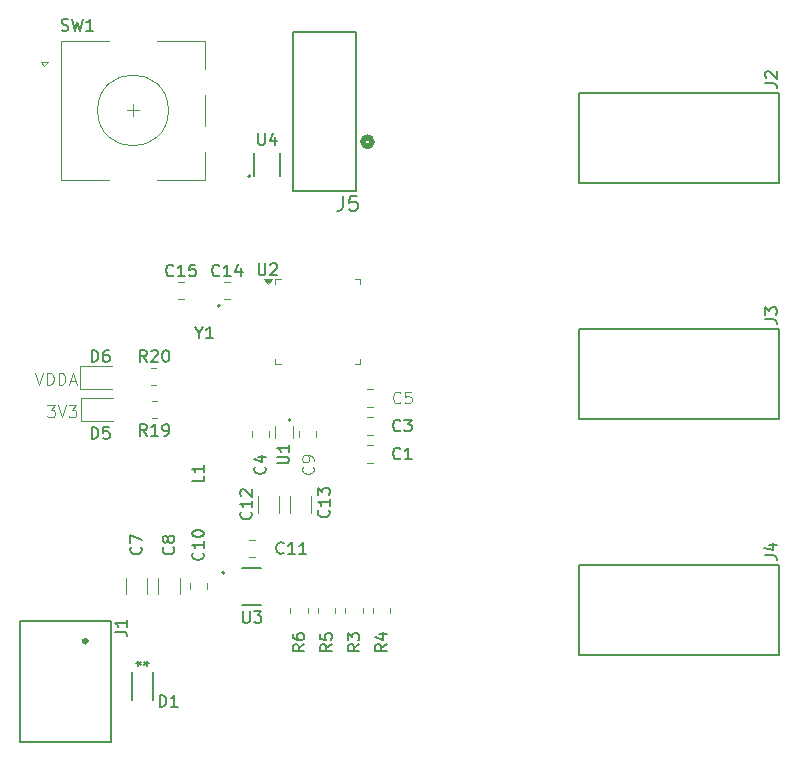
<source format=gto>
%TF.GenerationSoftware,KiCad,Pcbnew,9.0.4*%
%TF.CreationDate,2025-12-21T19:05:22-05:00*%
%TF.ProjectId,esc,6573632e-6b69-4636-9164-5f7063625858,rev?*%
%TF.SameCoordinates,Original*%
%TF.FileFunction,Legend,Top*%
%TF.FilePolarity,Positive*%
%FSLAX46Y46*%
G04 Gerber Fmt 4.6, Leading zero omitted, Abs format (unit mm)*
G04 Created by KiCad (PCBNEW 9.0.4) date 2025-12-21 19:05:22*
%MOMM*%
%LPD*%
G01*
G04 APERTURE LIST*
%ADD10C,0.100000*%
%ADD11C,0.150000*%
%ADD12C,0.125000*%
%ADD13C,0.200000*%
%ADD14C,0.120000*%
%ADD15C,0.140357*%
%ADD16C,0.127000*%
%ADD17C,0.152400*%
%ADD18C,0.508000*%
%ADD19C,0.400000*%
G04 APERTURE END LIST*
D10*
X112911027Y-93622419D02*
X113244360Y-94622419D01*
X113244360Y-94622419D02*
X113577693Y-93622419D01*
X113911027Y-94622419D02*
X113911027Y-93622419D01*
X113911027Y-93622419D02*
X114149122Y-93622419D01*
X114149122Y-93622419D02*
X114291979Y-93670038D01*
X114291979Y-93670038D02*
X114387217Y-93765276D01*
X114387217Y-93765276D02*
X114434836Y-93860514D01*
X114434836Y-93860514D02*
X114482455Y-94050990D01*
X114482455Y-94050990D02*
X114482455Y-94193847D01*
X114482455Y-94193847D02*
X114434836Y-94384323D01*
X114434836Y-94384323D02*
X114387217Y-94479561D01*
X114387217Y-94479561D02*
X114291979Y-94574800D01*
X114291979Y-94574800D02*
X114149122Y-94622419D01*
X114149122Y-94622419D02*
X113911027Y-94622419D01*
X114911027Y-94622419D02*
X114911027Y-93622419D01*
X114911027Y-93622419D02*
X115149122Y-93622419D01*
X115149122Y-93622419D02*
X115291979Y-93670038D01*
X115291979Y-93670038D02*
X115387217Y-93765276D01*
X115387217Y-93765276D02*
X115434836Y-93860514D01*
X115434836Y-93860514D02*
X115482455Y-94050990D01*
X115482455Y-94050990D02*
X115482455Y-94193847D01*
X115482455Y-94193847D02*
X115434836Y-94384323D01*
X115434836Y-94384323D02*
X115387217Y-94479561D01*
X115387217Y-94479561D02*
X115291979Y-94574800D01*
X115291979Y-94574800D02*
X115149122Y-94622419D01*
X115149122Y-94622419D02*
X114911027Y-94622419D01*
X115863408Y-94336704D02*
X116339598Y-94336704D01*
X115768170Y-94622419D02*
X116101503Y-93622419D01*
X116101503Y-93622419D02*
X116434836Y-94622419D01*
X113958646Y-96372419D02*
X114577693Y-96372419D01*
X114577693Y-96372419D02*
X114244360Y-96753371D01*
X114244360Y-96753371D02*
X114387217Y-96753371D01*
X114387217Y-96753371D02*
X114482455Y-96800990D01*
X114482455Y-96800990D02*
X114530074Y-96848609D01*
X114530074Y-96848609D02*
X114577693Y-96943847D01*
X114577693Y-96943847D02*
X114577693Y-97181942D01*
X114577693Y-97181942D02*
X114530074Y-97277180D01*
X114530074Y-97277180D02*
X114482455Y-97324800D01*
X114482455Y-97324800D02*
X114387217Y-97372419D01*
X114387217Y-97372419D02*
X114101503Y-97372419D01*
X114101503Y-97372419D02*
X114006265Y-97324800D01*
X114006265Y-97324800D02*
X113958646Y-97277180D01*
X114863408Y-96372419D02*
X115196741Y-97372419D01*
X115196741Y-97372419D02*
X115530074Y-96372419D01*
X115768170Y-96372419D02*
X116387217Y-96372419D01*
X116387217Y-96372419D02*
X116053884Y-96753371D01*
X116053884Y-96753371D02*
X116196741Y-96753371D01*
X116196741Y-96753371D02*
X116291979Y-96800990D01*
X116291979Y-96800990D02*
X116339598Y-96848609D01*
X116339598Y-96848609D02*
X116387217Y-96943847D01*
X116387217Y-96943847D02*
X116387217Y-97181942D01*
X116387217Y-97181942D02*
X116339598Y-97277180D01*
X116339598Y-97277180D02*
X116291979Y-97324800D01*
X116291979Y-97324800D02*
X116196741Y-97372419D01*
X116196741Y-97372419D02*
X115911027Y-97372419D01*
X115911027Y-97372419D02*
X115815789Y-97324800D01*
X115815789Y-97324800D02*
X115768170Y-97277180D01*
D11*
X126773809Y-90228628D02*
X126773809Y-90704819D01*
X126440476Y-89704819D02*
X126773809Y-90228628D01*
X126773809Y-90228628D02*
X127107142Y-89704819D01*
X127964285Y-90704819D02*
X127392857Y-90704819D01*
X127678571Y-90704819D02*
X127678571Y-89704819D01*
X127678571Y-89704819D02*
X127583333Y-89847676D01*
X127583333Y-89847676D02*
X127488095Y-89942914D01*
X127488095Y-89942914D02*
X127392857Y-89990533D01*
X133404819Y-101281904D02*
X134214342Y-101281904D01*
X134214342Y-101281904D02*
X134309580Y-101234285D01*
X134309580Y-101234285D02*
X134357200Y-101186666D01*
X134357200Y-101186666D02*
X134404819Y-101091428D01*
X134404819Y-101091428D02*
X134404819Y-100900952D01*
X134404819Y-100900952D02*
X134357200Y-100805714D01*
X134357200Y-100805714D02*
X134309580Y-100758095D01*
X134309580Y-100758095D02*
X134214342Y-100710476D01*
X134214342Y-100710476D02*
X133404819Y-100710476D01*
X134404819Y-99710476D02*
X134404819Y-100281904D01*
X134404819Y-99996190D02*
X133404819Y-99996190D01*
X133404819Y-99996190D02*
X133547676Y-100091428D01*
X133547676Y-100091428D02*
X133642914Y-100186666D01*
X133642914Y-100186666D02*
X133690533Y-100281904D01*
X122357142Y-98954819D02*
X122023809Y-98478628D01*
X121785714Y-98954819D02*
X121785714Y-97954819D01*
X121785714Y-97954819D02*
X122166666Y-97954819D01*
X122166666Y-97954819D02*
X122261904Y-98002438D01*
X122261904Y-98002438D02*
X122309523Y-98050057D01*
X122309523Y-98050057D02*
X122357142Y-98145295D01*
X122357142Y-98145295D02*
X122357142Y-98288152D01*
X122357142Y-98288152D02*
X122309523Y-98383390D01*
X122309523Y-98383390D02*
X122261904Y-98431009D01*
X122261904Y-98431009D02*
X122166666Y-98478628D01*
X122166666Y-98478628D02*
X121785714Y-98478628D01*
X123309523Y-98954819D02*
X122738095Y-98954819D01*
X123023809Y-98954819D02*
X123023809Y-97954819D01*
X123023809Y-97954819D02*
X122928571Y-98097676D01*
X122928571Y-98097676D02*
X122833333Y-98192914D01*
X122833333Y-98192914D02*
X122738095Y-98240533D01*
X123785714Y-98954819D02*
X123976190Y-98954819D01*
X123976190Y-98954819D02*
X124071428Y-98907200D01*
X124071428Y-98907200D02*
X124119047Y-98859580D01*
X124119047Y-98859580D02*
X124214285Y-98716723D01*
X124214285Y-98716723D02*
X124261904Y-98526247D01*
X124261904Y-98526247D02*
X124261904Y-98145295D01*
X124261904Y-98145295D02*
X124214285Y-98050057D01*
X124214285Y-98050057D02*
X124166666Y-98002438D01*
X124166666Y-98002438D02*
X124071428Y-97954819D01*
X124071428Y-97954819D02*
X123880952Y-97954819D01*
X123880952Y-97954819D02*
X123785714Y-98002438D01*
X123785714Y-98002438D02*
X123738095Y-98050057D01*
X123738095Y-98050057D02*
X123690476Y-98145295D01*
X123690476Y-98145295D02*
X123690476Y-98383390D01*
X123690476Y-98383390D02*
X123738095Y-98478628D01*
X123738095Y-98478628D02*
X123785714Y-98526247D01*
X123785714Y-98526247D02*
X123880952Y-98573866D01*
X123880952Y-98573866D02*
X124071428Y-98573866D01*
X124071428Y-98573866D02*
X124166666Y-98526247D01*
X124166666Y-98526247D02*
X124214285Y-98478628D01*
X124214285Y-98478628D02*
X124261904Y-98383390D01*
X122357142Y-92704819D02*
X122023809Y-92228628D01*
X121785714Y-92704819D02*
X121785714Y-91704819D01*
X121785714Y-91704819D02*
X122166666Y-91704819D01*
X122166666Y-91704819D02*
X122261904Y-91752438D01*
X122261904Y-91752438D02*
X122309523Y-91800057D01*
X122309523Y-91800057D02*
X122357142Y-91895295D01*
X122357142Y-91895295D02*
X122357142Y-92038152D01*
X122357142Y-92038152D02*
X122309523Y-92133390D01*
X122309523Y-92133390D02*
X122261904Y-92181009D01*
X122261904Y-92181009D02*
X122166666Y-92228628D01*
X122166666Y-92228628D02*
X121785714Y-92228628D01*
X122738095Y-91800057D02*
X122785714Y-91752438D01*
X122785714Y-91752438D02*
X122880952Y-91704819D01*
X122880952Y-91704819D02*
X123119047Y-91704819D01*
X123119047Y-91704819D02*
X123214285Y-91752438D01*
X123214285Y-91752438D02*
X123261904Y-91800057D01*
X123261904Y-91800057D02*
X123309523Y-91895295D01*
X123309523Y-91895295D02*
X123309523Y-91990533D01*
X123309523Y-91990533D02*
X123261904Y-92133390D01*
X123261904Y-92133390D02*
X122690476Y-92704819D01*
X122690476Y-92704819D02*
X123309523Y-92704819D01*
X123928571Y-91704819D02*
X124023809Y-91704819D01*
X124023809Y-91704819D02*
X124119047Y-91752438D01*
X124119047Y-91752438D02*
X124166666Y-91800057D01*
X124166666Y-91800057D02*
X124214285Y-91895295D01*
X124214285Y-91895295D02*
X124261904Y-92085771D01*
X124261904Y-92085771D02*
X124261904Y-92323866D01*
X124261904Y-92323866D02*
X124214285Y-92514342D01*
X124214285Y-92514342D02*
X124166666Y-92609580D01*
X124166666Y-92609580D02*
X124119047Y-92657200D01*
X124119047Y-92657200D02*
X124023809Y-92704819D01*
X124023809Y-92704819D02*
X123928571Y-92704819D01*
X123928571Y-92704819D02*
X123833333Y-92657200D01*
X123833333Y-92657200D02*
X123785714Y-92609580D01*
X123785714Y-92609580D02*
X123738095Y-92514342D01*
X123738095Y-92514342D02*
X123690476Y-92323866D01*
X123690476Y-92323866D02*
X123690476Y-92085771D01*
X123690476Y-92085771D02*
X123738095Y-91895295D01*
X123738095Y-91895295D02*
X123785714Y-91800057D01*
X123785714Y-91800057D02*
X123833333Y-91752438D01*
X123833333Y-91752438D02*
X123928571Y-91704819D01*
X117699405Y-92704819D02*
X117699405Y-91704819D01*
X117699405Y-91704819D02*
X117937500Y-91704819D01*
X117937500Y-91704819D02*
X118080357Y-91752438D01*
X118080357Y-91752438D02*
X118175595Y-91847676D01*
X118175595Y-91847676D02*
X118223214Y-91942914D01*
X118223214Y-91942914D02*
X118270833Y-92133390D01*
X118270833Y-92133390D02*
X118270833Y-92276247D01*
X118270833Y-92276247D02*
X118223214Y-92466723D01*
X118223214Y-92466723D02*
X118175595Y-92561961D01*
X118175595Y-92561961D02*
X118080357Y-92657200D01*
X118080357Y-92657200D02*
X117937500Y-92704819D01*
X117937500Y-92704819D02*
X117699405Y-92704819D01*
X119127976Y-91704819D02*
X118937500Y-91704819D01*
X118937500Y-91704819D02*
X118842262Y-91752438D01*
X118842262Y-91752438D02*
X118794643Y-91800057D01*
X118794643Y-91800057D02*
X118699405Y-91942914D01*
X118699405Y-91942914D02*
X118651786Y-92133390D01*
X118651786Y-92133390D02*
X118651786Y-92514342D01*
X118651786Y-92514342D02*
X118699405Y-92609580D01*
X118699405Y-92609580D02*
X118747024Y-92657200D01*
X118747024Y-92657200D02*
X118842262Y-92704819D01*
X118842262Y-92704819D02*
X119032738Y-92704819D01*
X119032738Y-92704819D02*
X119127976Y-92657200D01*
X119127976Y-92657200D02*
X119175595Y-92609580D01*
X119175595Y-92609580D02*
X119223214Y-92514342D01*
X119223214Y-92514342D02*
X119223214Y-92276247D01*
X119223214Y-92276247D02*
X119175595Y-92181009D01*
X119175595Y-92181009D02*
X119127976Y-92133390D01*
X119127976Y-92133390D02*
X119032738Y-92085771D01*
X119032738Y-92085771D02*
X118842262Y-92085771D01*
X118842262Y-92085771D02*
X118747024Y-92133390D01*
X118747024Y-92133390D02*
X118699405Y-92181009D01*
X118699405Y-92181009D02*
X118651786Y-92276247D01*
X117699405Y-99204819D02*
X117699405Y-98204819D01*
X117699405Y-98204819D02*
X117937500Y-98204819D01*
X117937500Y-98204819D02*
X118080357Y-98252438D01*
X118080357Y-98252438D02*
X118175595Y-98347676D01*
X118175595Y-98347676D02*
X118223214Y-98442914D01*
X118223214Y-98442914D02*
X118270833Y-98633390D01*
X118270833Y-98633390D02*
X118270833Y-98776247D01*
X118270833Y-98776247D02*
X118223214Y-98966723D01*
X118223214Y-98966723D02*
X118175595Y-99061961D01*
X118175595Y-99061961D02*
X118080357Y-99157200D01*
X118080357Y-99157200D02*
X117937500Y-99204819D01*
X117937500Y-99204819D02*
X117699405Y-99204819D01*
X119175595Y-98204819D02*
X118699405Y-98204819D01*
X118699405Y-98204819D02*
X118651786Y-98681009D01*
X118651786Y-98681009D02*
X118699405Y-98633390D01*
X118699405Y-98633390D02*
X118794643Y-98585771D01*
X118794643Y-98585771D02*
X119032738Y-98585771D01*
X119032738Y-98585771D02*
X119127976Y-98633390D01*
X119127976Y-98633390D02*
X119175595Y-98681009D01*
X119175595Y-98681009D02*
X119223214Y-98776247D01*
X119223214Y-98776247D02*
X119223214Y-99014342D01*
X119223214Y-99014342D02*
X119175595Y-99109580D01*
X119175595Y-99109580D02*
X119127976Y-99157200D01*
X119127976Y-99157200D02*
X119032738Y-99204819D01*
X119032738Y-99204819D02*
X118794643Y-99204819D01*
X118794643Y-99204819D02*
X118699405Y-99157200D01*
X118699405Y-99157200D02*
X118651786Y-99109580D01*
X130505595Y-113779819D02*
X130505595Y-114589342D01*
X130505595Y-114589342D02*
X130553214Y-114684580D01*
X130553214Y-114684580D02*
X130600833Y-114732200D01*
X130600833Y-114732200D02*
X130696071Y-114779819D01*
X130696071Y-114779819D02*
X130886547Y-114779819D01*
X130886547Y-114779819D02*
X130981785Y-114732200D01*
X130981785Y-114732200D02*
X131029404Y-114684580D01*
X131029404Y-114684580D02*
X131077023Y-114589342D01*
X131077023Y-114589342D02*
X131077023Y-113779819D01*
X131457976Y-113779819D02*
X132077023Y-113779819D01*
X132077023Y-113779819D02*
X131743690Y-114160771D01*
X131743690Y-114160771D02*
X131886547Y-114160771D01*
X131886547Y-114160771D02*
X131981785Y-114208390D01*
X131981785Y-114208390D02*
X132029404Y-114256009D01*
X132029404Y-114256009D02*
X132077023Y-114351247D01*
X132077023Y-114351247D02*
X132077023Y-114589342D01*
X132077023Y-114589342D02*
X132029404Y-114684580D01*
X132029404Y-114684580D02*
X131981785Y-114732200D01*
X131981785Y-114732200D02*
X131886547Y-114779819D01*
X131886547Y-114779819D02*
X131600833Y-114779819D01*
X131600833Y-114779819D02*
X131505595Y-114732200D01*
X131505595Y-114732200D02*
X131457976Y-114684580D01*
X143833333Y-98484580D02*
X143785714Y-98532200D01*
X143785714Y-98532200D02*
X143642857Y-98579819D01*
X143642857Y-98579819D02*
X143547619Y-98579819D01*
X143547619Y-98579819D02*
X143404762Y-98532200D01*
X143404762Y-98532200D02*
X143309524Y-98436961D01*
X143309524Y-98436961D02*
X143261905Y-98341723D01*
X143261905Y-98341723D02*
X143214286Y-98151247D01*
X143214286Y-98151247D02*
X143214286Y-98008390D01*
X143214286Y-98008390D02*
X143261905Y-97817914D01*
X143261905Y-97817914D02*
X143309524Y-97722676D01*
X143309524Y-97722676D02*
X143404762Y-97627438D01*
X143404762Y-97627438D02*
X143547619Y-97579819D01*
X143547619Y-97579819D02*
X143642857Y-97579819D01*
X143642857Y-97579819D02*
X143785714Y-97627438D01*
X143785714Y-97627438D02*
X143833333Y-97675057D01*
X144166667Y-97579819D02*
X144785714Y-97579819D01*
X144785714Y-97579819D02*
X144452381Y-97960771D01*
X144452381Y-97960771D02*
X144595238Y-97960771D01*
X144595238Y-97960771D02*
X144690476Y-98008390D01*
X144690476Y-98008390D02*
X144738095Y-98056009D01*
X144738095Y-98056009D02*
X144785714Y-98151247D01*
X144785714Y-98151247D02*
X144785714Y-98389342D01*
X144785714Y-98389342D02*
X144738095Y-98484580D01*
X144738095Y-98484580D02*
X144690476Y-98532200D01*
X144690476Y-98532200D02*
X144595238Y-98579819D01*
X144595238Y-98579819D02*
X144309524Y-98579819D01*
X144309524Y-98579819D02*
X144214286Y-98532200D01*
X144214286Y-98532200D02*
X144166667Y-98484580D01*
X128519642Y-85354580D02*
X128472023Y-85402200D01*
X128472023Y-85402200D02*
X128329166Y-85449819D01*
X128329166Y-85449819D02*
X128233928Y-85449819D01*
X128233928Y-85449819D02*
X128091071Y-85402200D01*
X128091071Y-85402200D02*
X127995833Y-85306961D01*
X127995833Y-85306961D02*
X127948214Y-85211723D01*
X127948214Y-85211723D02*
X127900595Y-85021247D01*
X127900595Y-85021247D02*
X127900595Y-84878390D01*
X127900595Y-84878390D02*
X127948214Y-84687914D01*
X127948214Y-84687914D02*
X127995833Y-84592676D01*
X127995833Y-84592676D02*
X128091071Y-84497438D01*
X128091071Y-84497438D02*
X128233928Y-84449819D01*
X128233928Y-84449819D02*
X128329166Y-84449819D01*
X128329166Y-84449819D02*
X128472023Y-84497438D01*
X128472023Y-84497438D02*
X128519642Y-84545057D01*
X129472023Y-85449819D02*
X128900595Y-85449819D01*
X129186309Y-85449819D02*
X129186309Y-84449819D01*
X129186309Y-84449819D02*
X129091071Y-84592676D01*
X129091071Y-84592676D02*
X128995833Y-84687914D01*
X128995833Y-84687914D02*
X128900595Y-84735533D01*
X130329166Y-84783152D02*
X130329166Y-85449819D01*
X130091071Y-84402200D02*
X129852976Y-85116485D01*
X129852976Y-85116485D02*
X130472023Y-85116485D01*
X115166667Y-64607200D02*
X115309524Y-64654819D01*
X115309524Y-64654819D02*
X115547619Y-64654819D01*
X115547619Y-64654819D02*
X115642857Y-64607200D01*
X115642857Y-64607200D02*
X115690476Y-64559580D01*
X115690476Y-64559580D02*
X115738095Y-64464342D01*
X115738095Y-64464342D02*
X115738095Y-64369104D01*
X115738095Y-64369104D02*
X115690476Y-64273866D01*
X115690476Y-64273866D02*
X115642857Y-64226247D01*
X115642857Y-64226247D02*
X115547619Y-64178628D01*
X115547619Y-64178628D02*
X115357143Y-64131009D01*
X115357143Y-64131009D02*
X115261905Y-64083390D01*
X115261905Y-64083390D02*
X115214286Y-64035771D01*
X115214286Y-64035771D02*
X115166667Y-63940533D01*
X115166667Y-63940533D02*
X115166667Y-63845295D01*
X115166667Y-63845295D02*
X115214286Y-63750057D01*
X115214286Y-63750057D02*
X115261905Y-63702438D01*
X115261905Y-63702438D02*
X115357143Y-63654819D01*
X115357143Y-63654819D02*
X115595238Y-63654819D01*
X115595238Y-63654819D02*
X115738095Y-63702438D01*
X116071429Y-63654819D02*
X116309524Y-64654819D01*
X116309524Y-64654819D02*
X116500000Y-63940533D01*
X116500000Y-63940533D02*
X116690476Y-64654819D01*
X116690476Y-64654819D02*
X116928572Y-63654819D01*
X117833333Y-64654819D02*
X117261905Y-64654819D01*
X117547619Y-64654819D02*
X117547619Y-63654819D01*
X117547619Y-63654819D02*
X117452381Y-63797676D01*
X117452381Y-63797676D02*
X117357143Y-63892914D01*
X117357143Y-63892914D02*
X117261905Y-63940533D01*
X124609580Y-108366666D02*
X124657200Y-108414285D01*
X124657200Y-108414285D02*
X124704819Y-108557142D01*
X124704819Y-108557142D02*
X124704819Y-108652380D01*
X124704819Y-108652380D02*
X124657200Y-108795237D01*
X124657200Y-108795237D02*
X124561961Y-108890475D01*
X124561961Y-108890475D02*
X124466723Y-108938094D01*
X124466723Y-108938094D02*
X124276247Y-108985713D01*
X124276247Y-108985713D02*
X124133390Y-108985713D01*
X124133390Y-108985713D02*
X123942914Y-108938094D01*
X123942914Y-108938094D02*
X123847676Y-108890475D01*
X123847676Y-108890475D02*
X123752438Y-108795237D01*
X123752438Y-108795237D02*
X123704819Y-108652380D01*
X123704819Y-108652380D02*
X123704819Y-108557142D01*
X123704819Y-108557142D02*
X123752438Y-108414285D01*
X123752438Y-108414285D02*
X123800057Y-108366666D01*
X124133390Y-107795237D02*
X124085771Y-107890475D01*
X124085771Y-107890475D02*
X124038152Y-107938094D01*
X124038152Y-107938094D02*
X123942914Y-107985713D01*
X123942914Y-107985713D02*
X123895295Y-107985713D01*
X123895295Y-107985713D02*
X123800057Y-107938094D01*
X123800057Y-107938094D02*
X123752438Y-107890475D01*
X123752438Y-107890475D02*
X123704819Y-107795237D01*
X123704819Y-107795237D02*
X123704819Y-107604761D01*
X123704819Y-107604761D02*
X123752438Y-107509523D01*
X123752438Y-107509523D02*
X123800057Y-107461904D01*
X123800057Y-107461904D02*
X123895295Y-107414285D01*
X123895295Y-107414285D02*
X123942914Y-107414285D01*
X123942914Y-107414285D02*
X124038152Y-107461904D01*
X124038152Y-107461904D02*
X124085771Y-107509523D01*
X124085771Y-107509523D02*
X124133390Y-107604761D01*
X124133390Y-107604761D02*
X124133390Y-107795237D01*
X124133390Y-107795237D02*
X124181009Y-107890475D01*
X124181009Y-107890475D02*
X124228628Y-107938094D01*
X124228628Y-107938094D02*
X124323866Y-107985713D01*
X124323866Y-107985713D02*
X124514342Y-107985713D01*
X124514342Y-107985713D02*
X124609580Y-107938094D01*
X124609580Y-107938094D02*
X124657200Y-107890475D01*
X124657200Y-107890475D02*
X124704819Y-107795237D01*
X124704819Y-107795237D02*
X124704819Y-107604761D01*
X124704819Y-107604761D02*
X124657200Y-107509523D01*
X124657200Y-107509523D02*
X124609580Y-107461904D01*
X124609580Y-107461904D02*
X124514342Y-107414285D01*
X124514342Y-107414285D02*
X124323866Y-107414285D01*
X124323866Y-107414285D02*
X124228628Y-107461904D01*
X124228628Y-107461904D02*
X124181009Y-107509523D01*
X124181009Y-107509523D02*
X124133390Y-107604761D01*
X132359580Y-101566666D02*
X132407200Y-101614285D01*
X132407200Y-101614285D02*
X132454819Y-101757142D01*
X132454819Y-101757142D02*
X132454819Y-101852380D01*
X132454819Y-101852380D02*
X132407200Y-101995237D01*
X132407200Y-101995237D02*
X132311961Y-102090475D01*
X132311961Y-102090475D02*
X132216723Y-102138094D01*
X132216723Y-102138094D02*
X132026247Y-102185713D01*
X132026247Y-102185713D02*
X131883390Y-102185713D01*
X131883390Y-102185713D02*
X131692914Y-102138094D01*
X131692914Y-102138094D02*
X131597676Y-102090475D01*
X131597676Y-102090475D02*
X131502438Y-101995237D01*
X131502438Y-101995237D02*
X131454819Y-101852380D01*
X131454819Y-101852380D02*
X131454819Y-101757142D01*
X131454819Y-101757142D02*
X131502438Y-101614285D01*
X131502438Y-101614285D02*
X131550057Y-101566666D01*
X131788152Y-100709523D02*
X132454819Y-100709523D01*
X131407200Y-100947618D02*
X132121485Y-101185713D01*
X132121485Y-101185713D02*
X132121485Y-100566666D01*
X142704819Y-116591666D02*
X142228628Y-116924999D01*
X142704819Y-117163094D02*
X141704819Y-117163094D01*
X141704819Y-117163094D02*
X141704819Y-116782142D01*
X141704819Y-116782142D02*
X141752438Y-116686904D01*
X141752438Y-116686904D02*
X141800057Y-116639285D01*
X141800057Y-116639285D02*
X141895295Y-116591666D01*
X141895295Y-116591666D02*
X142038152Y-116591666D01*
X142038152Y-116591666D02*
X142133390Y-116639285D01*
X142133390Y-116639285D02*
X142181009Y-116686904D01*
X142181009Y-116686904D02*
X142228628Y-116782142D01*
X142228628Y-116782142D02*
X142228628Y-117163094D01*
X142038152Y-115734523D02*
X142704819Y-115734523D01*
X141657200Y-115972618D02*
X142371485Y-116210713D01*
X142371485Y-116210713D02*
X142371485Y-115591666D01*
X127204819Y-102316666D02*
X127204819Y-102792856D01*
X127204819Y-102792856D02*
X126204819Y-102792856D01*
X127204819Y-101459523D02*
X127204819Y-102030951D01*
X127204819Y-101745237D02*
X126204819Y-101745237D01*
X126204819Y-101745237D02*
X126347676Y-101840475D01*
X126347676Y-101840475D02*
X126442914Y-101935713D01*
X126442914Y-101935713D02*
X126490533Y-102030951D01*
X174704819Y-109083333D02*
X175419104Y-109083333D01*
X175419104Y-109083333D02*
X175561961Y-109130952D01*
X175561961Y-109130952D02*
X175657200Y-109226190D01*
X175657200Y-109226190D02*
X175704819Y-109369047D01*
X175704819Y-109369047D02*
X175704819Y-109464285D01*
X175038152Y-108178571D02*
X175704819Y-108178571D01*
X174657200Y-108416666D02*
X175371485Y-108654761D01*
X175371485Y-108654761D02*
X175371485Y-108035714D01*
X123449405Y-121902519D02*
X123449405Y-120902519D01*
X123449405Y-120902519D02*
X123687500Y-120902519D01*
X123687500Y-120902519D02*
X123830357Y-120950138D01*
X123830357Y-120950138D02*
X123925595Y-121045376D01*
X123925595Y-121045376D02*
X123973214Y-121140614D01*
X123973214Y-121140614D02*
X124020833Y-121331090D01*
X124020833Y-121331090D02*
X124020833Y-121473947D01*
X124020833Y-121473947D02*
X123973214Y-121664423D01*
X123973214Y-121664423D02*
X123925595Y-121759661D01*
X123925595Y-121759661D02*
X123830357Y-121854900D01*
X123830357Y-121854900D02*
X123687500Y-121902519D01*
X123687500Y-121902519D02*
X123449405Y-121902519D01*
X124973214Y-121902519D02*
X124401786Y-121902519D01*
X124687500Y-121902519D02*
X124687500Y-120902519D01*
X124687500Y-120902519D02*
X124592262Y-121045376D01*
X124592262Y-121045376D02*
X124497024Y-121140614D01*
X124497024Y-121140614D02*
X124401786Y-121188233D01*
X121454819Y-118217299D02*
X121692914Y-118217299D01*
X121597676Y-118455394D02*
X121692914Y-118217299D01*
X121692914Y-118217299D02*
X121597676Y-117979204D01*
X121883390Y-118360156D02*
X121692914Y-118217299D01*
X121692914Y-118217299D02*
X121883390Y-118074442D01*
X122545180Y-118217300D02*
X122307085Y-118217300D01*
X122402323Y-117979205D02*
X122307085Y-118217300D01*
X122307085Y-118217300D02*
X122402323Y-118455395D01*
X122116609Y-118074443D02*
X122307085Y-118217300D01*
X122307085Y-118217300D02*
X122116609Y-118360157D01*
X131788095Y-73329819D02*
X131788095Y-74139342D01*
X131788095Y-74139342D02*
X131835714Y-74234580D01*
X131835714Y-74234580D02*
X131883333Y-74282200D01*
X131883333Y-74282200D02*
X131978571Y-74329819D01*
X131978571Y-74329819D02*
X132169047Y-74329819D01*
X132169047Y-74329819D02*
X132264285Y-74282200D01*
X132264285Y-74282200D02*
X132311904Y-74234580D01*
X132311904Y-74234580D02*
X132359523Y-74139342D01*
X132359523Y-74139342D02*
X132359523Y-73329819D01*
X133264285Y-73663152D02*
X133264285Y-74329819D01*
X133026190Y-73282200D02*
X132788095Y-73996485D01*
X132788095Y-73996485D02*
X133407142Y-73996485D01*
X124619642Y-85354580D02*
X124572023Y-85402200D01*
X124572023Y-85402200D02*
X124429166Y-85449819D01*
X124429166Y-85449819D02*
X124333928Y-85449819D01*
X124333928Y-85449819D02*
X124191071Y-85402200D01*
X124191071Y-85402200D02*
X124095833Y-85306961D01*
X124095833Y-85306961D02*
X124048214Y-85211723D01*
X124048214Y-85211723D02*
X124000595Y-85021247D01*
X124000595Y-85021247D02*
X124000595Y-84878390D01*
X124000595Y-84878390D02*
X124048214Y-84687914D01*
X124048214Y-84687914D02*
X124095833Y-84592676D01*
X124095833Y-84592676D02*
X124191071Y-84497438D01*
X124191071Y-84497438D02*
X124333928Y-84449819D01*
X124333928Y-84449819D02*
X124429166Y-84449819D01*
X124429166Y-84449819D02*
X124572023Y-84497438D01*
X124572023Y-84497438D02*
X124619642Y-84545057D01*
X125572023Y-85449819D02*
X125000595Y-85449819D01*
X125286309Y-85449819D02*
X125286309Y-84449819D01*
X125286309Y-84449819D02*
X125191071Y-84592676D01*
X125191071Y-84592676D02*
X125095833Y-84687914D01*
X125095833Y-84687914D02*
X125000595Y-84735533D01*
X126476785Y-84449819D02*
X126000595Y-84449819D01*
X126000595Y-84449819D02*
X125952976Y-84926009D01*
X125952976Y-84926009D02*
X126000595Y-84878390D01*
X126000595Y-84878390D02*
X126095833Y-84830771D01*
X126095833Y-84830771D02*
X126333928Y-84830771D01*
X126333928Y-84830771D02*
X126429166Y-84878390D01*
X126429166Y-84878390D02*
X126476785Y-84926009D01*
X126476785Y-84926009D02*
X126524404Y-85021247D01*
X126524404Y-85021247D02*
X126524404Y-85259342D01*
X126524404Y-85259342D02*
X126476785Y-85354580D01*
X126476785Y-85354580D02*
X126429166Y-85402200D01*
X126429166Y-85402200D02*
X126333928Y-85449819D01*
X126333928Y-85449819D02*
X126095833Y-85449819D01*
X126095833Y-85449819D02*
X126000595Y-85402200D01*
X126000595Y-85402200D02*
X125952976Y-85354580D01*
X143833333Y-100859580D02*
X143785714Y-100907200D01*
X143785714Y-100907200D02*
X143642857Y-100954819D01*
X143642857Y-100954819D02*
X143547619Y-100954819D01*
X143547619Y-100954819D02*
X143404762Y-100907200D01*
X143404762Y-100907200D02*
X143309524Y-100811961D01*
X143309524Y-100811961D02*
X143261905Y-100716723D01*
X143261905Y-100716723D02*
X143214286Y-100526247D01*
X143214286Y-100526247D02*
X143214286Y-100383390D01*
X143214286Y-100383390D02*
X143261905Y-100192914D01*
X143261905Y-100192914D02*
X143309524Y-100097676D01*
X143309524Y-100097676D02*
X143404762Y-100002438D01*
X143404762Y-100002438D02*
X143547619Y-99954819D01*
X143547619Y-99954819D02*
X143642857Y-99954819D01*
X143642857Y-99954819D02*
X143785714Y-100002438D01*
X143785714Y-100002438D02*
X143833333Y-100050057D01*
X144785714Y-100954819D02*
X144214286Y-100954819D01*
X144500000Y-100954819D02*
X144500000Y-99954819D01*
X144500000Y-99954819D02*
X144404762Y-100097676D01*
X144404762Y-100097676D02*
X144309524Y-100192914D01*
X144309524Y-100192914D02*
X144214286Y-100240533D01*
X127109580Y-108842857D02*
X127157200Y-108890476D01*
X127157200Y-108890476D02*
X127204819Y-109033333D01*
X127204819Y-109033333D02*
X127204819Y-109128571D01*
X127204819Y-109128571D02*
X127157200Y-109271428D01*
X127157200Y-109271428D02*
X127061961Y-109366666D01*
X127061961Y-109366666D02*
X126966723Y-109414285D01*
X126966723Y-109414285D02*
X126776247Y-109461904D01*
X126776247Y-109461904D02*
X126633390Y-109461904D01*
X126633390Y-109461904D02*
X126442914Y-109414285D01*
X126442914Y-109414285D02*
X126347676Y-109366666D01*
X126347676Y-109366666D02*
X126252438Y-109271428D01*
X126252438Y-109271428D02*
X126204819Y-109128571D01*
X126204819Y-109128571D02*
X126204819Y-109033333D01*
X126204819Y-109033333D02*
X126252438Y-108890476D01*
X126252438Y-108890476D02*
X126300057Y-108842857D01*
X127204819Y-107890476D02*
X127204819Y-108461904D01*
X127204819Y-108176190D02*
X126204819Y-108176190D01*
X126204819Y-108176190D02*
X126347676Y-108271428D01*
X126347676Y-108271428D02*
X126442914Y-108366666D01*
X126442914Y-108366666D02*
X126490533Y-108461904D01*
X126204819Y-107271428D02*
X126204819Y-107176190D01*
X126204819Y-107176190D02*
X126252438Y-107080952D01*
X126252438Y-107080952D02*
X126300057Y-107033333D01*
X126300057Y-107033333D02*
X126395295Y-106985714D01*
X126395295Y-106985714D02*
X126585771Y-106938095D01*
X126585771Y-106938095D02*
X126823866Y-106938095D01*
X126823866Y-106938095D02*
X127014342Y-106985714D01*
X127014342Y-106985714D02*
X127109580Y-107033333D01*
X127109580Y-107033333D02*
X127157200Y-107080952D01*
X127157200Y-107080952D02*
X127204819Y-107176190D01*
X127204819Y-107176190D02*
X127204819Y-107271428D01*
X127204819Y-107271428D02*
X127157200Y-107366666D01*
X127157200Y-107366666D02*
X127109580Y-107414285D01*
X127109580Y-107414285D02*
X127014342Y-107461904D01*
X127014342Y-107461904D02*
X126823866Y-107509523D01*
X126823866Y-107509523D02*
X126585771Y-107509523D01*
X126585771Y-107509523D02*
X126395295Y-107461904D01*
X126395295Y-107461904D02*
X126300057Y-107414285D01*
X126300057Y-107414285D02*
X126252438Y-107366666D01*
X126252438Y-107366666D02*
X126204819Y-107271428D01*
X174704819Y-69083333D02*
X175419104Y-69083333D01*
X175419104Y-69083333D02*
X175561961Y-69130952D01*
X175561961Y-69130952D02*
X175657200Y-69226190D01*
X175657200Y-69226190D02*
X175704819Y-69369047D01*
X175704819Y-69369047D02*
X175704819Y-69464285D01*
X174800057Y-68654761D02*
X174752438Y-68607142D01*
X174752438Y-68607142D02*
X174704819Y-68511904D01*
X174704819Y-68511904D02*
X174704819Y-68273809D01*
X174704819Y-68273809D02*
X174752438Y-68178571D01*
X174752438Y-68178571D02*
X174800057Y-68130952D01*
X174800057Y-68130952D02*
X174895295Y-68083333D01*
X174895295Y-68083333D02*
X174990533Y-68083333D01*
X174990533Y-68083333D02*
X175133390Y-68130952D01*
X175133390Y-68130952D02*
X175704819Y-68702380D01*
X175704819Y-68702380D02*
X175704819Y-68083333D01*
X121859580Y-108366666D02*
X121907200Y-108414285D01*
X121907200Y-108414285D02*
X121954819Y-108557142D01*
X121954819Y-108557142D02*
X121954819Y-108652380D01*
X121954819Y-108652380D02*
X121907200Y-108795237D01*
X121907200Y-108795237D02*
X121811961Y-108890475D01*
X121811961Y-108890475D02*
X121716723Y-108938094D01*
X121716723Y-108938094D02*
X121526247Y-108985713D01*
X121526247Y-108985713D02*
X121383390Y-108985713D01*
X121383390Y-108985713D02*
X121192914Y-108938094D01*
X121192914Y-108938094D02*
X121097676Y-108890475D01*
X121097676Y-108890475D02*
X121002438Y-108795237D01*
X121002438Y-108795237D02*
X120954819Y-108652380D01*
X120954819Y-108652380D02*
X120954819Y-108557142D01*
X120954819Y-108557142D02*
X121002438Y-108414285D01*
X121002438Y-108414285D02*
X121050057Y-108366666D01*
X120954819Y-108033332D02*
X120954819Y-107366666D01*
X120954819Y-107366666D02*
X121954819Y-107795237D01*
X133957142Y-108859580D02*
X133909523Y-108907200D01*
X133909523Y-108907200D02*
X133766666Y-108954819D01*
X133766666Y-108954819D02*
X133671428Y-108954819D01*
X133671428Y-108954819D02*
X133528571Y-108907200D01*
X133528571Y-108907200D02*
X133433333Y-108811961D01*
X133433333Y-108811961D02*
X133385714Y-108716723D01*
X133385714Y-108716723D02*
X133338095Y-108526247D01*
X133338095Y-108526247D02*
X133338095Y-108383390D01*
X133338095Y-108383390D02*
X133385714Y-108192914D01*
X133385714Y-108192914D02*
X133433333Y-108097676D01*
X133433333Y-108097676D02*
X133528571Y-108002438D01*
X133528571Y-108002438D02*
X133671428Y-107954819D01*
X133671428Y-107954819D02*
X133766666Y-107954819D01*
X133766666Y-107954819D02*
X133909523Y-108002438D01*
X133909523Y-108002438D02*
X133957142Y-108050057D01*
X134909523Y-108954819D02*
X134338095Y-108954819D01*
X134623809Y-108954819D02*
X134623809Y-107954819D01*
X134623809Y-107954819D02*
X134528571Y-108097676D01*
X134528571Y-108097676D02*
X134433333Y-108192914D01*
X134433333Y-108192914D02*
X134338095Y-108240533D01*
X135861904Y-108954819D02*
X135290476Y-108954819D01*
X135576190Y-108954819D02*
X135576190Y-107954819D01*
X135576190Y-107954819D02*
X135480952Y-108097676D01*
X135480952Y-108097676D02*
X135385714Y-108192914D01*
X135385714Y-108192914D02*
X135290476Y-108240533D01*
X135704819Y-116604166D02*
X135228628Y-116937499D01*
X135704819Y-117175594D02*
X134704819Y-117175594D01*
X134704819Y-117175594D02*
X134704819Y-116794642D01*
X134704819Y-116794642D02*
X134752438Y-116699404D01*
X134752438Y-116699404D02*
X134800057Y-116651785D01*
X134800057Y-116651785D02*
X134895295Y-116604166D01*
X134895295Y-116604166D02*
X135038152Y-116604166D01*
X135038152Y-116604166D02*
X135133390Y-116651785D01*
X135133390Y-116651785D02*
X135181009Y-116699404D01*
X135181009Y-116699404D02*
X135228628Y-116794642D01*
X135228628Y-116794642D02*
X135228628Y-117175594D01*
X134704819Y-115747023D02*
X134704819Y-115937499D01*
X134704819Y-115937499D02*
X134752438Y-116032737D01*
X134752438Y-116032737D02*
X134800057Y-116080356D01*
X134800057Y-116080356D02*
X134942914Y-116175594D01*
X134942914Y-116175594D02*
X135133390Y-116223213D01*
X135133390Y-116223213D02*
X135514342Y-116223213D01*
X135514342Y-116223213D02*
X135609580Y-116175594D01*
X135609580Y-116175594D02*
X135657200Y-116127975D01*
X135657200Y-116127975D02*
X135704819Y-116032737D01*
X135704819Y-116032737D02*
X135704819Y-115842261D01*
X135704819Y-115842261D02*
X135657200Y-115747023D01*
X135657200Y-115747023D02*
X135609580Y-115699404D01*
X135609580Y-115699404D02*
X135514342Y-115651785D01*
X135514342Y-115651785D02*
X135276247Y-115651785D01*
X135276247Y-115651785D02*
X135181009Y-115699404D01*
X135181009Y-115699404D02*
X135133390Y-115747023D01*
X135133390Y-115747023D02*
X135085771Y-115842261D01*
X135085771Y-115842261D02*
X135085771Y-116032737D01*
X135085771Y-116032737D02*
X135133390Y-116127975D01*
X135133390Y-116127975D02*
X135181009Y-116175594D01*
X135181009Y-116175594D02*
X135276247Y-116223213D01*
D12*
X143833333Y-96110880D02*
X143785714Y-96158500D01*
X143785714Y-96158500D02*
X143642857Y-96206119D01*
X143642857Y-96206119D02*
X143547619Y-96206119D01*
X143547619Y-96206119D02*
X143404762Y-96158500D01*
X143404762Y-96158500D02*
X143309524Y-96063261D01*
X143309524Y-96063261D02*
X143261905Y-95968023D01*
X143261905Y-95968023D02*
X143214286Y-95777547D01*
X143214286Y-95777547D02*
X143214286Y-95634690D01*
X143214286Y-95634690D02*
X143261905Y-95444214D01*
X143261905Y-95444214D02*
X143309524Y-95348976D01*
X143309524Y-95348976D02*
X143404762Y-95253738D01*
X143404762Y-95253738D02*
X143547619Y-95206119D01*
X143547619Y-95206119D02*
X143642857Y-95206119D01*
X143642857Y-95206119D02*
X143785714Y-95253738D01*
X143785714Y-95253738D02*
X143833333Y-95301357D01*
X144738095Y-95206119D02*
X144261905Y-95206119D01*
X144261905Y-95206119D02*
X144214286Y-95682309D01*
X144214286Y-95682309D02*
X144261905Y-95634690D01*
X144261905Y-95634690D02*
X144357143Y-95587071D01*
X144357143Y-95587071D02*
X144595238Y-95587071D01*
X144595238Y-95587071D02*
X144690476Y-95634690D01*
X144690476Y-95634690D02*
X144738095Y-95682309D01*
X144738095Y-95682309D02*
X144785714Y-95777547D01*
X144785714Y-95777547D02*
X144785714Y-96015642D01*
X144785714Y-96015642D02*
X144738095Y-96110880D01*
X144738095Y-96110880D02*
X144690476Y-96158500D01*
X144690476Y-96158500D02*
X144595238Y-96206119D01*
X144595238Y-96206119D02*
X144357143Y-96206119D01*
X144357143Y-96206119D02*
X144261905Y-96158500D01*
X144261905Y-96158500D02*
X144214286Y-96110880D01*
D11*
X131159580Y-105392857D02*
X131207200Y-105440476D01*
X131207200Y-105440476D02*
X131254819Y-105583333D01*
X131254819Y-105583333D02*
X131254819Y-105678571D01*
X131254819Y-105678571D02*
X131207200Y-105821428D01*
X131207200Y-105821428D02*
X131111961Y-105916666D01*
X131111961Y-105916666D02*
X131016723Y-105964285D01*
X131016723Y-105964285D02*
X130826247Y-106011904D01*
X130826247Y-106011904D02*
X130683390Y-106011904D01*
X130683390Y-106011904D02*
X130492914Y-105964285D01*
X130492914Y-105964285D02*
X130397676Y-105916666D01*
X130397676Y-105916666D02*
X130302438Y-105821428D01*
X130302438Y-105821428D02*
X130254819Y-105678571D01*
X130254819Y-105678571D02*
X130254819Y-105583333D01*
X130254819Y-105583333D02*
X130302438Y-105440476D01*
X130302438Y-105440476D02*
X130350057Y-105392857D01*
X131254819Y-104440476D02*
X131254819Y-105011904D01*
X131254819Y-104726190D02*
X130254819Y-104726190D01*
X130254819Y-104726190D02*
X130397676Y-104821428D01*
X130397676Y-104821428D02*
X130492914Y-104916666D01*
X130492914Y-104916666D02*
X130540533Y-105011904D01*
X130350057Y-104059523D02*
X130302438Y-104011904D01*
X130302438Y-104011904D02*
X130254819Y-103916666D01*
X130254819Y-103916666D02*
X130254819Y-103678571D01*
X130254819Y-103678571D02*
X130302438Y-103583333D01*
X130302438Y-103583333D02*
X130350057Y-103535714D01*
X130350057Y-103535714D02*
X130445295Y-103488095D01*
X130445295Y-103488095D02*
X130540533Y-103488095D01*
X130540533Y-103488095D02*
X130683390Y-103535714D01*
X130683390Y-103535714D02*
X131254819Y-104107142D01*
X131254819Y-104107142D02*
X131254819Y-103488095D01*
X138963333Y-78650473D02*
X138963333Y-79543330D01*
X138963333Y-79543330D02*
X138903810Y-79721902D01*
X138903810Y-79721902D02*
X138784762Y-79840950D01*
X138784762Y-79840950D02*
X138606191Y-79900473D01*
X138606191Y-79900473D02*
X138487143Y-79900473D01*
X140153810Y-78650473D02*
X139558572Y-78650473D01*
X139558572Y-78650473D02*
X139499048Y-79245711D01*
X139499048Y-79245711D02*
X139558572Y-79186188D01*
X139558572Y-79186188D02*
X139677619Y-79126664D01*
X139677619Y-79126664D02*
X139975238Y-79126664D01*
X139975238Y-79126664D02*
X140094286Y-79186188D01*
X140094286Y-79186188D02*
X140153810Y-79245711D01*
X140153810Y-79245711D02*
X140213333Y-79364759D01*
X140213333Y-79364759D02*
X140213333Y-79662378D01*
X140213333Y-79662378D02*
X140153810Y-79781426D01*
X140153810Y-79781426D02*
X140094286Y-79840950D01*
X140094286Y-79840950D02*
X139975238Y-79900473D01*
X139975238Y-79900473D02*
X139677619Y-79900473D01*
X139677619Y-79900473D02*
X139558572Y-79840950D01*
X139558572Y-79840950D02*
X139499048Y-79781426D01*
X131838095Y-84354819D02*
X131838095Y-85164342D01*
X131838095Y-85164342D02*
X131885714Y-85259580D01*
X131885714Y-85259580D02*
X131933333Y-85307200D01*
X131933333Y-85307200D02*
X132028571Y-85354819D01*
X132028571Y-85354819D02*
X132219047Y-85354819D01*
X132219047Y-85354819D02*
X132314285Y-85307200D01*
X132314285Y-85307200D02*
X132361904Y-85259580D01*
X132361904Y-85259580D02*
X132409523Y-85164342D01*
X132409523Y-85164342D02*
X132409523Y-84354819D01*
X132838095Y-84450057D02*
X132885714Y-84402438D01*
X132885714Y-84402438D02*
X132980952Y-84354819D01*
X132980952Y-84354819D02*
X133219047Y-84354819D01*
X133219047Y-84354819D02*
X133314285Y-84402438D01*
X133314285Y-84402438D02*
X133361904Y-84450057D01*
X133361904Y-84450057D02*
X133409523Y-84545295D01*
X133409523Y-84545295D02*
X133409523Y-84640533D01*
X133409523Y-84640533D02*
X133361904Y-84783390D01*
X133361904Y-84783390D02*
X132790476Y-85354819D01*
X132790476Y-85354819D02*
X133409523Y-85354819D01*
X119654819Y-115533333D02*
X120369104Y-115533333D01*
X120369104Y-115533333D02*
X120511961Y-115580952D01*
X120511961Y-115580952D02*
X120607200Y-115676190D01*
X120607200Y-115676190D02*
X120654819Y-115819047D01*
X120654819Y-115819047D02*
X120654819Y-115914285D01*
X120654819Y-114533333D02*
X120654819Y-115104761D01*
X120654819Y-114819047D02*
X119654819Y-114819047D01*
X119654819Y-114819047D02*
X119797676Y-114914285D01*
X119797676Y-114914285D02*
X119892914Y-115009523D01*
X119892914Y-115009523D02*
X119940533Y-115104761D01*
X137759580Y-105242857D02*
X137807200Y-105290476D01*
X137807200Y-105290476D02*
X137854819Y-105433333D01*
X137854819Y-105433333D02*
X137854819Y-105528571D01*
X137854819Y-105528571D02*
X137807200Y-105671428D01*
X137807200Y-105671428D02*
X137711961Y-105766666D01*
X137711961Y-105766666D02*
X137616723Y-105814285D01*
X137616723Y-105814285D02*
X137426247Y-105861904D01*
X137426247Y-105861904D02*
X137283390Y-105861904D01*
X137283390Y-105861904D02*
X137092914Y-105814285D01*
X137092914Y-105814285D02*
X136997676Y-105766666D01*
X136997676Y-105766666D02*
X136902438Y-105671428D01*
X136902438Y-105671428D02*
X136854819Y-105528571D01*
X136854819Y-105528571D02*
X136854819Y-105433333D01*
X136854819Y-105433333D02*
X136902438Y-105290476D01*
X136902438Y-105290476D02*
X136950057Y-105242857D01*
X137854819Y-104290476D02*
X137854819Y-104861904D01*
X137854819Y-104576190D02*
X136854819Y-104576190D01*
X136854819Y-104576190D02*
X136997676Y-104671428D01*
X136997676Y-104671428D02*
X137092914Y-104766666D01*
X137092914Y-104766666D02*
X137140533Y-104861904D01*
X136854819Y-103957142D02*
X136854819Y-103338095D01*
X136854819Y-103338095D02*
X137235771Y-103671428D01*
X137235771Y-103671428D02*
X137235771Y-103528571D01*
X137235771Y-103528571D02*
X137283390Y-103433333D01*
X137283390Y-103433333D02*
X137331009Y-103385714D01*
X137331009Y-103385714D02*
X137426247Y-103338095D01*
X137426247Y-103338095D02*
X137664342Y-103338095D01*
X137664342Y-103338095D02*
X137759580Y-103385714D01*
X137759580Y-103385714D02*
X137807200Y-103433333D01*
X137807200Y-103433333D02*
X137854819Y-103528571D01*
X137854819Y-103528571D02*
X137854819Y-103814285D01*
X137854819Y-103814285D02*
X137807200Y-103909523D01*
X137807200Y-103909523D02*
X137759580Y-103957142D01*
X138038152Y-116604166D02*
X137561961Y-116937499D01*
X138038152Y-117175594D02*
X137038152Y-117175594D01*
X137038152Y-117175594D02*
X137038152Y-116794642D01*
X137038152Y-116794642D02*
X137085771Y-116699404D01*
X137085771Y-116699404D02*
X137133390Y-116651785D01*
X137133390Y-116651785D02*
X137228628Y-116604166D01*
X137228628Y-116604166D02*
X137371485Y-116604166D01*
X137371485Y-116604166D02*
X137466723Y-116651785D01*
X137466723Y-116651785D02*
X137514342Y-116699404D01*
X137514342Y-116699404D02*
X137561961Y-116794642D01*
X137561961Y-116794642D02*
X137561961Y-117175594D01*
X137038152Y-115699404D02*
X137038152Y-116175594D01*
X137038152Y-116175594D02*
X137514342Y-116223213D01*
X137514342Y-116223213D02*
X137466723Y-116175594D01*
X137466723Y-116175594D02*
X137419104Y-116080356D01*
X137419104Y-116080356D02*
X137419104Y-115842261D01*
X137419104Y-115842261D02*
X137466723Y-115747023D01*
X137466723Y-115747023D02*
X137514342Y-115699404D01*
X137514342Y-115699404D02*
X137609580Y-115651785D01*
X137609580Y-115651785D02*
X137847675Y-115651785D01*
X137847675Y-115651785D02*
X137942913Y-115699404D01*
X137942913Y-115699404D02*
X137990533Y-115747023D01*
X137990533Y-115747023D02*
X138038152Y-115842261D01*
X138038152Y-115842261D02*
X138038152Y-116080356D01*
X138038152Y-116080356D02*
X137990533Y-116175594D01*
X137990533Y-116175594D02*
X137942913Y-116223213D01*
X140371486Y-116604166D02*
X139895295Y-116937499D01*
X140371486Y-117175594D02*
X139371486Y-117175594D01*
X139371486Y-117175594D02*
X139371486Y-116794642D01*
X139371486Y-116794642D02*
X139419105Y-116699404D01*
X139419105Y-116699404D02*
X139466724Y-116651785D01*
X139466724Y-116651785D02*
X139561962Y-116604166D01*
X139561962Y-116604166D02*
X139704819Y-116604166D01*
X139704819Y-116604166D02*
X139800057Y-116651785D01*
X139800057Y-116651785D02*
X139847676Y-116699404D01*
X139847676Y-116699404D02*
X139895295Y-116794642D01*
X139895295Y-116794642D02*
X139895295Y-117175594D01*
X139371486Y-116270832D02*
X139371486Y-115651785D01*
X139371486Y-115651785D02*
X139752438Y-115985118D01*
X139752438Y-115985118D02*
X139752438Y-115842261D01*
X139752438Y-115842261D02*
X139800057Y-115747023D01*
X139800057Y-115747023D02*
X139847676Y-115699404D01*
X139847676Y-115699404D02*
X139942914Y-115651785D01*
X139942914Y-115651785D02*
X140181009Y-115651785D01*
X140181009Y-115651785D02*
X140276247Y-115699404D01*
X140276247Y-115699404D02*
X140323867Y-115747023D01*
X140323867Y-115747023D02*
X140371486Y-115842261D01*
X140371486Y-115842261D02*
X140371486Y-116127975D01*
X140371486Y-116127975D02*
X140323867Y-116223213D01*
X140323867Y-116223213D02*
X140276247Y-116270832D01*
D12*
X136410880Y-101566666D02*
X136458500Y-101614285D01*
X136458500Y-101614285D02*
X136506119Y-101757142D01*
X136506119Y-101757142D02*
X136506119Y-101852380D01*
X136506119Y-101852380D02*
X136458500Y-101995237D01*
X136458500Y-101995237D02*
X136363261Y-102090475D01*
X136363261Y-102090475D02*
X136268023Y-102138094D01*
X136268023Y-102138094D02*
X136077547Y-102185713D01*
X136077547Y-102185713D02*
X135934690Y-102185713D01*
X135934690Y-102185713D02*
X135744214Y-102138094D01*
X135744214Y-102138094D02*
X135648976Y-102090475D01*
X135648976Y-102090475D02*
X135553738Y-101995237D01*
X135553738Y-101995237D02*
X135506119Y-101852380D01*
X135506119Y-101852380D02*
X135506119Y-101757142D01*
X135506119Y-101757142D02*
X135553738Y-101614285D01*
X135553738Y-101614285D02*
X135601357Y-101566666D01*
X136506119Y-101090475D02*
X136506119Y-100899999D01*
X136506119Y-100899999D02*
X136458500Y-100804761D01*
X136458500Y-100804761D02*
X136410880Y-100757142D01*
X136410880Y-100757142D02*
X136268023Y-100661904D01*
X136268023Y-100661904D02*
X136077547Y-100614285D01*
X136077547Y-100614285D02*
X135696595Y-100614285D01*
X135696595Y-100614285D02*
X135601357Y-100661904D01*
X135601357Y-100661904D02*
X135553738Y-100709523D01*
X135553738Y-100709523D02*
X135506119Y-100804761D01*
X135506119Y-100804761D02*
X135506119Y-100995237D01*
X135506119Y-100995237D02*
X135553738Y-101090475D01*
X135553738Y-101090475D02*
X135601357Y-101138094D01*
X135601357Y-101138094D02*
X135696595Y-101185713D01*
X135696595Y-101185713D02*
X135934690Y-101185713D01*
X135934690Y-101185713D02*
X136029928Y-101138094D01*
X136029928Y-101138094D02*
X136077547Y-101090475D01*
X136077547Y-101090475D02*
X136125166Y-100995237D01*
X136125166Y-100995237D02*
X136125166Y-100804761D01*
X136125166Y-100804761D02*
X136077547Y-100709523D01*
X136077547Y-100709523D02*
X136029928Y-100661904D01*
X136029928Y-100661904D02*
X135934690Y-100614285D01*
D11*
X174704819Y-89083333D02*
X175419104Y-89083333D01*
X175419104Y-89083333D02*
X175561961Y-89130952D01*
X175561961Y-89130952D02*
X175657200Y-89226190D01*
X175657200Y-89226190D02*
X175704819Y-89369047D01*
X175704819Y-89369047D02*
X175704819Y-89464285D01*
X174704819Y-88702380D02*
X174704819Y-88083333D01*
X174704819Y-88083333D02*
X175085771Y-88416666D01*
X175085771Y-88416666D02*
X175085771Y-88273809D01*
X175085771Y-88273809D02*
X175133390Y-88178571D01*
X175133390Y-88178571D02*
X175181009Y-88130952D01*
X175181009Y-88130952D02*
X175276247Y-88083333D01*
X175276247Y-88083333D02*
X175514342Y-88083333D01*
X175514342Y-88083333D02*
X175609580Y-88130952D01*
X175609580Y-88130952D02*
X175657200Y-88178571D01*
X175657200Y-88178571D02*
X175704819Y-88273809D01*
X175704819Y-88273809D02*
X175704819Y-88559523D01*
X175704819Y-88559523D02*
X175657200Y-88654761D01*
X175657200Y-88654761D02*
X175609580Y-88702380D01*
D13*
%TO.C,Y1*%
X128552500Y-87940000D02*
G75*
G02*
X128352500Y-87940000I-100000J0D01*
G01*
X128352500Y-87940000D02*
G75*
G02*
X128552500Y-87940000I100000J0D01*
G01*
D14*
%TO.C,U1*%
X133260000Y-98120000D02*
X133260000Y-99120000D01*
X134740000Y-98120000D02*
X134740000Y-99120000D01*
D15*
X134520178Y-97620000D02*
G75*
G02*
X134379822Y-97620000I-70178J0D01*
G01*
X134379822Y-97620000D02*
G75*
G02*
X134520178Y-97620000I70178J0D01*
G01*
D14*
%TO.C,R19*%
X123227064Y-96015000D02*
X122772936Y-96015000D01*
X123227064Y-97485000D02*
X122772936Y-97485000D01*
%TO.C,R20*%
X123177064Y-93215000D02*
X122722936Y-93215000D01*
X123177064Y-94685000D02*
X122722936Y-94685000D01*
%TO.C,D6*%
X116752500Y-93040000D02*
X116752500Y-94960000D01*
X116752500Y-94960000D02*
X119437500Y-94960000D01*
X119437500Y-93040000D02*
X116752500Y-93040000D01*
%TO.C,D5*%
X116815000Y-95790000D02*
X116815000Y-97710000D01*
X116815000Y-97710000D02*
X119500000Y-97710000D01*
X119500000Y-95790000D02*
X116815000Y-95790000D01*
D16*
%TO.C,U3*%
X130450000Y-110185000D02*
X132050000Y-110185000D01*
X130450000Y-113315000D02*
X132050000Y-113315000D01*
D13*
X128950000Y-110550000D02*
G75*
G02*
X128750000Y-110550000I-100000J0D01*
G01*
X128750000Y-110550000D02*
G75*
G02*
X128950000Y-110550000I100000J0D01*
G01*
D14*
%TO.C,C3*%
X140988748Y-97390000D02*
X141511252Y-97390000D01*
X140988748Y-98860000D02*
X141511252Y-98860000D01*
%TO.C,C14*%
X128901248Y-85940000D02*
X129423752Y-85940000D01*
X128901248Y-87410000D02*
X129423752Y-87410000D01*
%TO.C,SW1*%
X113400000Y-67300000D02*
X114000000Y-67300000D01*
X113700000Y-67600000D02*
X113400000Y-67300000D01*
X114000000Y-67300000D02*
X113700000Y-67600000D01*
X115100000Y-65500000D02*
X115100000Y-77300000D01*
X119200000Y-65500000D02*
X115100000Y-65500000D01*
X119200000Y-77300000D02*
X115100000Y-77300000D01*
X120700000Y-71400000D02*
X121700000Y-71400000D01*
X121200000Y-70900000D02*
X121200000Y-71900000D01*
X123200000Y-65500000D02*
X127300000Y-65500000D01*
X127300000Y-65500000D02*
X127300000Y-67900000D01*
X127300000Y-70100000D02*
X127300000Y-72700000D01*
X127300000Y-74900000D02*
X127300000Y-77300000D01*
X127300000Y-77300000D02*
X123200000Y-77300000D01*
X124200000Y-71400000D02*
G75*
G02*
X118200000Y-71400000I-3000000J0D01*
G01*
X118200000Y-71400000D02*
G75*
G02*
X124200000Y-71400000I3000000J0D01*
G01*
%TO.C,C8*%
X123340000Y-112386252D02*
X123340000Y-110963748D01*
X125160000Y-112386252D02*
X125160000Y-110963748D01*
%TO.C,C4*%
X131265000Y-99061252D02*
X131265000Y-98538748D01*
X132735000Y-99061252D02*
X132735000Y-98538748D01*
%TO.C,R4*%
X142985000Y-113522936D02*
X142985000Y-113977064D01*
X141515000Y-113522936D02*
X141515000Y-113977064D01*
D16*
%TO.C,J4*%
X159000000Y-109920000D02*
X175900000Y-109920000D01*
X159000000Y-117540000D02*
X159000000Y-109920000D01*
X175900000Y-109920000D02*
X175900000Y-117540000D01*
X175900000Y-117540000D02*
X159000000Y-117540000D01*
D17*
%TO.C,D1*%
X121123700Y-118966600D02*
X121123700Y-121328800D01*
X122876300Y-121328800D02*
X122876300Y-118966600D01*
D16*
%TO.C,U4*%
X131420000Y-76975000D02*
X131420000Y-74975000D01*
X133680000Y-76975000D02*
X133680000Y-74975000D01*
D13*
X131150000Y-76975000D02*
G75*
G02*
X130950000Y-76975000I-100000J0D01*
G01*
X130950000Y-76975000D02*
G75*
G02*
X131150000Y-76975000I100000J0D01*
G01*
D14*
%TO.C,C15*%
X125001248Y-85940000D02*
X125523752Y-85940000D01*
X125001248Y-87410000D02*
X125523752Y-87410000D01*
%TO.C,C1*%
X140988748Y-101235000D02*
X141511252Y-101235000D01*
X140988748Y-99765000D02*
X141511252Y-99765000D01*
%TO.C,C10*%
X127485000Y-111936252D02*
X127485000Y-111413748D01*
X126015000Y-111936252D02*
X126015000Y-111413748D01*
D16*
%TO.C,J2*%
X159000000Y-69920000D02*
X175900000Y-69920000D01*
X159000000Y-77540000D02*
X159000000Y-69920000D01*
X175900000Y-69920000D02*
X175900000Y-77540000D01*
X175900000Y-77540000D02*
X159000000Y-77540000D01*
D14*
%TO.C,C7*%
X120590000Y-112386252D02*
X120590000Y-110963748D01*
X122410000Y-112386252D02*
X122410000Y-110963748D01*
%TO.C,C11*%
X131511252Y-107765000D02*
X130988748Y-107765000D01*
X131511252Y-109235000D02*
X130988748Y-109235000D01*
%TO.C,R6*%
X135985000Y-113977064D02*
X135985000Y-113522936D01*
X134515000Y-113977064D02*
X134515000Y-113522936D01*
%TO.C,C5*%
X140988748Y-95015000D02*
X141511252Y-95015000D01*
X140988748Y-96485000D02*
X141511252Y-96485000D01*
%TO.C,C12*%
X133601500Y-104038748D02*
X133601500Y-105461252D01*
X131781500Y-104038748D02*
X131781500Y-105461252D01*
D17*
%TO.C,J5*%
X134786100Y-64789000D02*
X134786100Y-78251000D01*
X134786100Y-78251000D02*
X140043900Y-78251000D01*
X140043900Y-64789000D02*
X134786100Y-64789000D01*
X140043900Y-78251000D02*
X140043900Y-64789000D01*
D18*
X141431000Y-74060000D02*
G75*
G02*
X140669000Y-74060000I-381000J0D01*
G01*
X140669000Y-74060000D02*
G75*
G02*
X141431000Y-74060000I381000J0D01*
G01*
D14*
%TO.C,U2*%
X133240000Y-85665000D02*
X133240000Y-86115000D01*
X133240000Y-92885000D02*
X133240000Y-92435000D01*
X133690000Y-85665000D02*
X133240000Y-85665000D01*
X133690000Y-92885000D02*
X133240000Y-92885000D01*
X140010000Y-85665000D02*
X140460000Y-85665000D01*
X140010000Y-92885000D02*
X140460000Y-92885000D01*
X140460000Y-85665000D02*
X140460000Y-86115000D01*
X140460000Y-92885000D02*
X140460000Y-92435000D01*
X132650000Y-86115000D02*
X132310000Y-85645000D01*
X132990000Y-85645000D01*
X132650000Y-86115000D01*
G36*
X132650000Y-86115000D02*
G01*
X132310000Y-85645000D01*
X132990000Y-85645000D01*
X132650000Y-86115000D01*
G37*
D13*
%TO.C,J1*%
X111650000Y-114650000D02*
X119350000Y-114650000D01*
X111650000Y-124850000D02*
X111650000Y-114650000D01*
X119350000Y-114650000D02*
X119350000Y-124850000D01*
X119350000Y-124850000D02*
X111650000Y-124850000D01*
D19*
X117250000Y-116350000D02*
G75*
G02*
X117050000Y-116350000I-100000J0D01*
G01*
X117050000Y-116350000D02*
G75*
G02*
X117250000Y-116350000I100000J0D01*
G01*
D14*
%TO.C,C13*%
X134490000Y-104038748D02*
X134490000Y-105461252D01*
X136310000Y-104038748D02*
X136310000Y-105461252D01*
%TO.C,R5*%
X136848333Y-113977064D02*
X136848333Y-113522936D01*
X138318333Y-113977064D02*
X138318333Y-113522936D01*
%TO.C,R3*%
X139181667Y-113522936D02*
X139181667Y-113977064D01*
X140651667Y-113522936D02*
X140651667Y-113977064D01*
%TO.C,C9*%
X136735000Y-98538748D02*
X136735000Y-99061252D01*
X135265000Y-98538748D02*
X135265000Y-99061252D01*
D16*
%TO.C,J3*%
X159000000Y-89920000D02*
X175900000Y-89920000D01*
X159000000Y-97540000D02*
X159000000Y-89920000D01*
X175900000Y-89920000D02*
X175900000Y-97540000D01*
X175900000Y-97540000D02*
X159000000Y-97540000D01*
%TD*%
M02*

</source>
